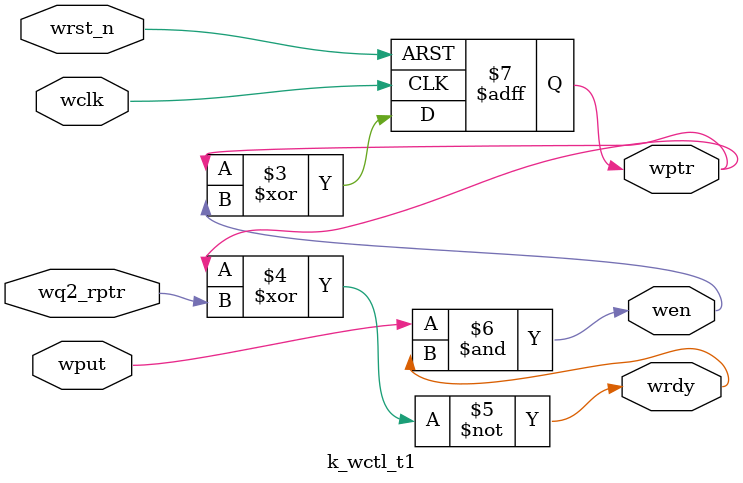
<source format=v>
`timescale 1ns/1ps

module k_wctl_t1(
  output wrdy, wptr, wen,
  input wput, wq2_rptr,
  input wclk, wrst_n);

  reg wrdy, wptr, wen;

  always @ (posedge wclk or negedge wrst_n) begin
      if (!wrst_n)
          wptr <= 1'b0;
      else
          wptr <= wptr ^ wen;
  end

  assign wrdy = ~(wptr ^ wq2_rptr);
  assign wen = wput & wrdy;
endmodule

</source>
